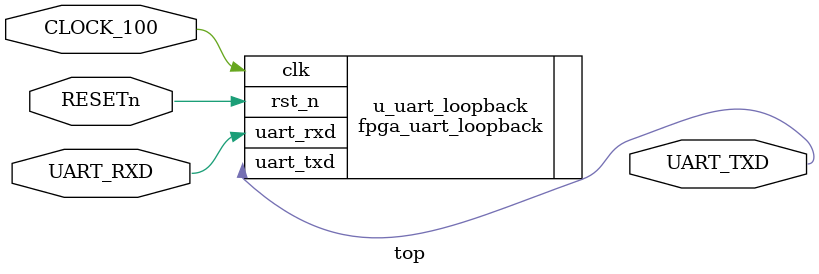
<source format=sv>

module top
(
    input         CLOCK_100,    // 100 MHz
    input         RESETn,       // RESET, low active
    input         UART_RXD,
    output        UART_TXD
);

fpga_uart_loopback #(100)
u_uart_loopback (
    .clk      (CLOCK_100),
    .rst_n    (RESETn),
    .uart_rxd (UART_RXD),
    .uart_txd (UART_TXD)
);

endmodule

</source>
